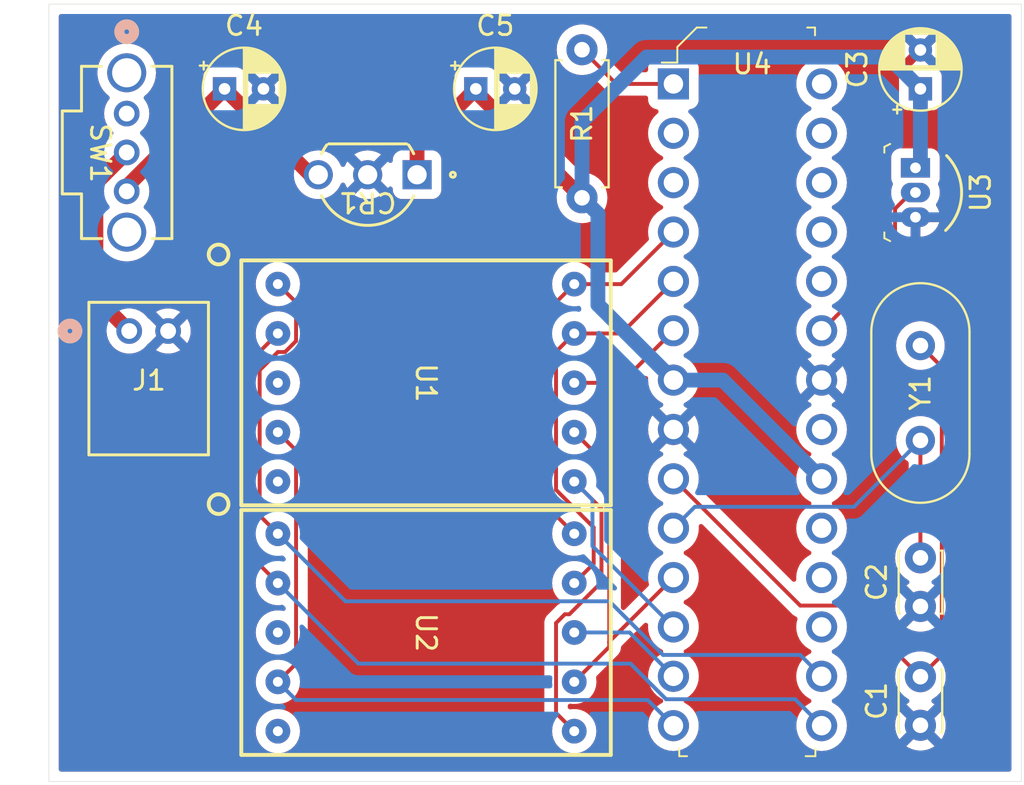
<source format=kicad_pcb>
(kicad_pcb (version 20240108) (generator "pcbnew") (generator_version "8.0")
  (layers (0 "F.Cu" signal) (31 "B.Cu" signal) (34 "B.Paste" user) (35 "F.Paste" user) (36 "B.SilkS" user "B.Silkscreen") (37 "F.SilkS" user "F.Silkscreen") (38 "B.Mask" user) (39 "F.Mask" user) (44 "Edge.Cuts" user))
  (net 0 "")
  (net 1 "GND")
  (net 2 "Net-(U4-PB6)")
  (net 3 "Net-(U4-PB7)")
  (net 4 "VCC")
  (net 5 "Net-(CR1-VIN)")
  (net 6 "Net-(J1-Pad1)")
  (net 7 "Net-(U4-PC6)")
  (net 9 "Net-(U1-B)")
  (net 10 "Net-(U1-G)")
  (net 11 "Net-(U4-PD7)")
  (net 12 "Net-(U1-C)")
  (net 13 "Net-(U1-E)")
  (net 14 "Net-(U1-F)")
  (net 16 "Net-(U1-D)")
  (net 17 "Net-(U1-A)")
  (net 19 "Net-(U4-PD4)")
  (net 22 "Net-(U3-VOUT)")
  (footprint "L4931CZ33_AP:TO-92-TR_STM" (layer "F.Cu") (at 155.2194 84.4296 180)
    (property "Reference" "CR1" (at 2.54 -1.4224 180) (layer "F.SilkS"))
    (property "Value" "L4931CZ33-AP")
    (pad "1" thru_hole rect (at 0 0 180) (size 1.4986 1.4986) (drill 0.9906) (layers "*.Cu" "*.Mask") (net 4 "VCC"))
    (pad "2" thru_hole circle (at 2.54 0 180) (size 1.4986 1.4986) (drill 0.9906) (layers "*.Cu" "*.Mask") (net 1 "GND"))
    (pad "3" thru_hole circle (at 5.08 0 180) (size 1.4986 1.4986) (drill 0.9906) (layers "*.Cu" "*.Mask") (net 5 "Net-(CR1-VIN)"))
  )
  (footprint "Crystal:Crystal_HC49-U_Vertical" (layer "F.Cu") (at 181.102 98.098 90)
    (property "Reference" "Y1" (at 2.45 0 90) (layer "F.SilkS"))
    (property "Value" "16MHz")
    (pad "1" thru_hole circle (at 0 0 90) (size 1.5 1.5) (drill 0.8) (layers "*.Cu" "*.Mask") (net 3 "Net-(U4-PB7)"))
    (pad "2" thru_hole circle (at 4.88 0 90) (size 1.5 1.5) (drill 0.8) (layers "*.Cu" "*.Mask") (net 2 "Net-(U4-PB6)"))
  )
  (footprint "S2B_PH_K_S_LF__SN_:CONN_S2B-PH-K-S_JST" (layer "F.Cu") (at 140.4192 92.4706)
    (property "Reference" "J1" (at 1.016 2.54 0) (layer "F.SilkS"))
    (property "Value" "S2B-PH-K-SLFSN")
    (pad "1" thru_hole circle (at 0 0) (size 1.3208 1.3208) (drill 0.8128) (layers "*.Cu" "*.Mask") (net 6 "Net-(J1-Pad1)"))
    (pad "2" thru_hole circle (at 2.000001 0) (size 1.3208 1.3208) (drill 0.8128) (layers "*.Cu" "*.Mask") (net 1 "GND"))
  )
  (footprint "Capacitor_THT:CP_Radial_D4.0mm_P2.00mm" (layer "F.Cu") (at 145.32 80.01)
    (property "Reference" "C4" (at 1 -3.25 0) (layer "F.SilkS"))
    (property "Value" "10uF")
    (pad "1" thru_hole rect (at 0 0) (size 1.2 1.2) (drill 0.6) (layers "*.Cu" "*.Mask") (net 5 "Net-(CR1-VIN)"))
    (pad "2" thru_hole circle (at 2 0) (size 1.2 1.2) (drill 0.6) (layers "*.Cu" "*.Mask") (net 1 "GND"))
  )
  (footprint "digikey-footprints:DIP-28_W7.62mm" (layer "F.Cu") (at 168.402 79.756)
    (property "Reference" "U4" (at 4.05 -1.016 0) (layer "F.SilkS"))
    (property "Value" "ATMEGA328P-PU")
    (pad "1" thru_hole rect (at 0 0) (size 1.6 1.6) (drill 1) (layers "*.Cu" "*.Mask") (net 7 "Net-(U4-PC6)"))
    (pad "2" thru_hole circle (at 0 2.54) (size 1.6 1.6) (drill 1) (layers "*.Cu" "*.Mask"))
    (pad "3" thru_hole circle (at 0 5.08) (size 1.6 1.6) (drill 1) (layers "*.Cu" "*.Mask"))
    (pad "4" thru_hole circle (at 0 7.62) (size 1.6 1.6) (drill 1) (layers "*.Cu" "*.Mask") (net 10 "Net-(U1-G)"))
    (pad "5" thru_hole circle (at 0 10.16) (size 1.6 1.6) (drill 1) (layers "*.Cu" "*.Mask") (net 14 "Net-(U1-F)"))
    (pad "6" thru_hole circle (at 0 12.7) (size 1.6 1.6) (drill 1) (layers "*.Cu" "*.Mask") (net 19 "Net-(U4-PD4)"))
    (pad "7" thru_hole circle (at 0 15.24) (size 1.6 1.6) (drill 1) (layers "*.Cu" "*.Mask") (net 4 "VCC"))
    (pad "8" thru_hole circle (at 0 17.78) (size 1.6 1.6) (drill 1) (layers "*.Cu" "*.Mask") (net 1 "GND"))
    (pad "9" thru_hole circle (at 0 20.32) (size 1.6 1.6) (drill 1) (layers "*.Cu" "*.Mask") (net 2 "Net-(U4-PB6)"))
    (pad "10" thru_hole circle (at 0 22.86) (size 1.6 1.6) (drill 1) (layers "*.Cu" "*.Mask") (net 3 "Net-(U4-PB7)"))
    (pad "11" thru_hole circle (at 0 25.4) (size 1.6 1.6) (drill 1) (layers "*.Cu" "*.Mask") (net 17 "Net-(U1-A)"))
    (pad "12" thru_hole circle (at 0 27.94) (size 1.6 1.6) (drill 1) (layers "*.Cu" "*.Mask") (net 9 "Net-(U1-B)"))
    (pad "13" thru_hole circle (at 0 30.48) (size 1.6 1.6) (drill 1) (layers "*.Cu" "*.Mask") (net 11 "Net-(U4-PD7)"))
    (pad "14" thru_hole circle (at 0 33.02) (size 1.6 1.6) (drill 1) (layers "*.Cu" "*.Mask") (net 12 "Net-(U1-C)"))
    (pad "15" thru_hole circle (at 7.62 33.02) (size 1.6 1.6) (drill 1) (layers "*.Cu" "*.Mask") (net 16 "Net-(U1-D)"))
    (pad "16" thru_hole circle (at 7.62 30.48) (size 1.6 1.6) (drill 1) (layers "*.Cu" "*.Mask") (net 13 "Net-(U1-E)"))
    (pad "17" thru_hole circle (at 7.62 27.94) (size 1.6 1.6) (drill 1) (layers "*.Cu" "*.Mask"))
    (pad "18" thru_hole circle (at 7.62 25.4) (size 1.6 1.6) (drill 1) (layers "*.Cu" "*.Mask"))
    (pad "19" thru_hole circle (at 7.62 22.86) (size 1.6 1.6) (drill 1) (layers "*.Cu" "*.Mask"))
    (pad "20" thru_hole circle (at 7.62 20.32) (size 1.6 1.6) (drill 1) (layers "*.Cu" "*.Mask") (net 4 "VCC"))
    (pad "21" thru_hole circle (at 7.62 17.78) (size 1.6 1.6) (drill 1) (layers "*.Cu" "*.Mask"))
    (pad "22" thru_hole circle (at 7.62 15.24) (size 1.6 1.6) (drill 1) (layers "*.Cu" "*.Mask") (net 1 "GND"))
    (pad "23" thru_hole circle (at 7.62 12.7) (size 1.6 1.6) (drill 1) (layers "*.Cu" "*.Mask") (net 22 "Net-(U3-VOUT)"))
    (pad "24" thru_hole circle (at 7.62 10.16) (size 1.6 1.6) (drill 1) (layers "*.Cu" "*.Mask"))
    (pad "25" thru_hole circle (at 7.62 7.62) (size 1.6 1.6) (drill 1) (layers "*.Cu" "*.Mask"))
    (pad "26" thru_hole circle (at 7.62 5.08) (size 1.6 1.6) (drill 1) (layers "*.Cu" "*.Mask"))
    (pad "27" thru_hole circle (at 7.62 2.54) (size 1.6 1.6) (drill 1) (layers "*.Cu" "*.Mask"))
    (pad "28" thru_hole circle (at 7.62 0) (size 1.6 1.6) (drill 1) (layers "*.Cu" "*.Mask"))
  )
  (footprint "digikey-footprints:TO-92-3" (layer "F.Cu") (at 180.848 84.074 -90)
    (property "Reference" "U3" (at 1.27 -3.35 90) (layer "F.SilkS"))
    (property "Value" "TMP36GT9Z")
    (pad "1" thru_hole rect (at 0 0 90) (size 1 1.5) (drill 0.55) (layers "*.Cu" "*.Mask") (net 4 "VCC"))
    (pad "2" thru_hole oval (at 1.27 0 90) (size 1 1.5) (drill 0.55) (layers "*.Cu" "*.Mask") (net 22 "Net-(U3-VOUT)"))
    (pad "3" thru_hole oval (at 2.54 0 90) (size 1 1.5) (drill 0.55) (layers "*.Cu" "*.Mask") (net 1 "GND"))
  )
  (footprint "Capacitor_THT:CP_Radial_D4.0mm_P2.00mm" (layer "F.Cu") (at 158.242 80.01)
    (property "Reference" "C5" (at 1 -3.25 0) (layer "F.SilkS"))
    (property "Value" "10uF")
    (pad "1" thru_hole rect (at 0 0) (size 1.2 1.2) (drill 0.6) (layers "*.Cu" "*.Mask") (net 4 "VCC"))
    (pad "2" thru_hole circle (at 2 0) (size 1.2 1.2) (drill 0.6) (layers "*.Cu" "*.Mask") (net 1 "GND"))
  )
  (footprint "OS102011MA1QN1:OS102011MA1QN1_CNK" (layer "F.Cu") (at 140.28955 81.2819 -90)
    (property "Reference" "SW1" (at 2.0301 1.35155 -90) (layer "F.SilkS"))
    (property "Value" "OS102011MA1QN1")
    (pad "1" thru_hole circle (at 0 0 270) (size 1.3208 1.3208) (drill 0.8128) (layers "*.Cu" "*.Mask"))
    (pad "2" thru_hole circle (at 2 0 270) (size 1.3208 1.3208) (drill 0.8128) (layers "*.Cu" "*.Mask") (net 6 "Net-(J1-Pad1)"))
    (pad "3" thru_hole circle (at 4.000001 0 270) (size 1.3208 1.3208) (drill 0.8128) (layers "*.Cu" "*.Mask") (net 5 "Net-(CR1-VIN)"))
    (pad "4" thru_hole circle (at -2.099999 0 270) (size 2.0066 2.0066) (drill 1.4986) (layers "*.Cu" "*.Mask"))
    (pad "5" thru_hole circle (at 6.099999 0 270) (size 2.0066 2.0066) (drill 1.4986) (layers "*.Cu" "*.Mask"))
  )
  (footprint "Thermometer:5611AH" (layer "F.Cu") (at 155.682 95.136 -90)
    (property "Reference" "U1" (at 0 0 -90) (layer "F.SilkS"))
    (property "Value" "5611AH")
    (pad "1" thru_hole circle (at -5.08 7.62 270) (size 1.272 1.272) (drill 0.51) (layers "*.Cu" "*.Mask") (net 13 "Net-(U1-E)"))
    (pad "2" thru_hole circle (at -2.54 7.62 270) (size 1.272 1.272) (drill 0.51) (layers "*.Cu" "*.Mask") (net 16 "Net-(U1-D)"))
    (pad "3" thru_hole circle (at 0 7.62 270) (size 1.272 1.272) (drill 0.51) (layers "*.Cu" "*.Mask"))
    (pad "4" thru_hole circle (at 2.54 7.62 270) (size 1.272 1.272) (drill 0.51) (layers "*.Cu" "*.Mask") (net 12 "Net-(U1-C)"))
    (pad "5" thru_hole circle (at 5.08 7.62 270) (size 1.272 1.272) (drill 0.51) (layers "*.Cu" "*.Mask"))
    (pad "6" thru_hole circle (at 5.08 -7.62 270) (size 1.272 1.272) (drill 0.51) (layers "*.Cu" "*.Mask") (net 9 "Net-(U1-B)"))
    (pad "7" thru_hole circle (at 2.54 -7.62 270) (size 1.272 1.272) (drill 0.51) (layers "*.Cu" "*.Mask") (net 17 "Net-(U1-A)"))
    (pad "8" thru_hole circle (at 0 -7.62 270) (size 1.272 1.272) (drill 0.51) (layers "*.Cu" "*.Mask") (net 19 "Net-(U4-PD4)"))
    (pad "9" thru_hole circle (at -2.54 -7.62 270) (size 1.272 1.272) (drill 0.51) (layers "*.Cu" "*.Mask") (net 14 "Net-(U1-F)"))
    (pad "10" thru_hole circle (at -5.08 -7.62 270) (size 1.272 1.272) (drill 0.51) (layers "*.Cu" "*.Mask") (net 10 "Net-(U1-G)"))
  )
  (footprint "Resistor_THT:R_Axial_DIN0207_L6.3mm_D2.5mm_P7.62mm_Horizontal" (layer "F.Cu") (at 163.702 85.616 90)
    (property "Reference" "R1" (at 3.81 0 -90) (layer "F.SilkS"))
    (property "Value" "10k")
    (pad "1" thru_hole circle (at 0 0 90) (size 1.6 1.6) (drill 0.8) (layers "*.Cu" "*.Mask") (net 4 "VCC"))
    (pad "2" thru_hole oval (at 7.62 0 90) (size 1.6 1.6) (drill 0.8) (layers "*.Cu" "*.Mask") (net 7 "Net-(U4-PC6)"))
  )
  (footprint "Capacitor_THT:C_Disc_D3.0mm_W2.0mm_P2.50mm" (layer "F.Cu") (at 181.102 106.64 90)
    (property "Reference" "C2" (at 1.25 -2.25 90) (layer "F.SilkS"))
    (property "Value" "22pF")
    (pad "1" thru_hole circle (at 0 0 90) (size 1.6 1.6) (drill 0.8) (layers "*.Cu" "*.Mask") (net 1 "GND"))
    (pad "2" thru_hole circle (at 2.5 0 90) (size 1.6 1.6) (drill 0.8) (layers "*.Cu" "*.Mask") (net 3 "Net-(U4-PB7)"))
  )
  (footprint "Capacitor_THT:C_Disc_D3.0mm_W2.0mm_P2.50mm" (layer "F.Cu") (at 181.102 112.756 90)
    (property "Reference" "C1" (at 1.25 -2.25 90) (layer "F.SilkS"))
    (property "Value" "22pF")
    (pad "1" thru_hole circle (at 0 0 90) (size 1.6 1.6) (drill 0.8) (layers "*.Cu" "*.Mask") (net 1 "GND"))
    (pad "2" thru_hole circle (at 2.5 0 90) (size 1.6 1.6) (drill 0.8) (layers "*.Cu" "*.Mask") (net 2 "Net-(U4-PB6)"))
  )
  (footprint "Capacitor_THT:CP_Radial_D4.0mm_P2.00mm" (layer "F.Cu") (at 181.102 80.01 90)
    (property "Reference" "C3" (at 1 -3.25 90) (layer "F.SilkS"))
    (property "Value" "10uF")
    (pad "1" thru_hole rect (at 0 0 90) (size 1.2 1.2) (drill 0.6) (layers "*.Cu" "*.Mask") (net 4 "VCC"))
    (pad "2" thru_hole circle (at 2 0 90) (size 1.2 1.2) (drill 0.6) (layers "*.Cu" "*.Mask") (net 1 "GND"))
  )
  (footprint "Thermometer:5611AH" (layer "F.Cu") (at 155.682 107.98 -90)
    (property "Reference" "U2" (at 0 0 -90) (layer "F.SilkS"))
    (property "Value" "5611AH")
    (pad "1" thru_hole circle (at -5.08 7.62 270) (size 1.272 1.272) (drill 0.51) (layers "*.Cu" "*.Mask") (net 13 "Net-(U1-E)"))
    (pad "2" thru_hole circle (at -2.54 7.62 270) (size 1.272 1.272) (drill 0.51) (layers "*.Cu" "*.Mask") (net 16 "Net-(U1-D)"))
    (pad "3" thru_hole circle (at 0 7.62 270) (size 1.272 1.272) (drill 0.51) (layers "*.Cu" "*.Mask"))
    (pad "4" thru_hole circle (at 2.54 7.62 270) (size 1.272 1.272) (drill 0.51) (layers "*.Cu" "*.Mask") (net 12 "Net-(U1-C)"))
    (pad "5" thru_hole circle (at 5.08 7.62 270) (size 1.272 1.272) (drill 0.51) (layers "*.Cu" "*.Mask"))
    (pad "6" thru_hole circle (at 5.08 -7.62 270) (size 1.272 1.272) (drill 0.51) (layers "*.Cu" "*.Mask") (net 9 "Net-(U1-B)"))
    (pad "7" thru_hole circle (at 2.54 -7.62 270) (size 1.272 1.272) (drill 0.51) (layers "*.Cu" "*.Mask") (net 17 "Net-(U1-A)"))
    (pad "8" thru_hole circle (at 0 -7.62 270) (size 1.272 1.272) (drill 0.51) (layers "*.Cu" "*.Mask") (net 11 "Net-(U4-PD7)"))
    (pad "9" thru_hole circle (at -2.54 -7.62 270) (size 1.272 1.272) (drill 0.51) (layers "*.Cu" "*.Mask") (net 14 "Net-(U1-F)"))
    (pad "10" thru_hole circle (at -5.08 -7.62 270) (size 1.272 1.272) (drill 0.51) (layers "*.Cu" "*.Mask") (net 10 "Net-(U1-G)"))
  )
  (gr_rect (start 136.29 75.65) (end 186.29 115.65) (stroke (width 0.0254)) (fill none) (layer "Edge.Cuts"))
  (segment (start 182.202 109.156) (end 182.202 94.318) (width 0.2) (layer "F.Cu") (net 2))
  (segment (start 177.442 106.596) (end 181.102 110.256) (width 0.2) (layer "F.Cu") (net 2))
  (segment (start 174.922 106.596) (end 177.442 106.596) (width 0.2) (layer "F.Cu") (net 2))
  (segment (start 168.402 100.076) (end 174.922 106.596) (width 0.2) (layer "F.Cu") (net 2))
  (segment (start 181.102 110.256) (end 182.202 109.156) (width 0.2) (layer "F.Cu") (net 2))
  (segment (start 182.202 94.318) (end 181.102 93.218) (width 0.2) (layer "F.Cu") (net 2))
  (segment (start 181.102 98.098) (end 181.102 104.14) (width 0.2) (layer "F.Cu") (net 3))
  (segment (start 177.684 101.516) (end 169.502 101.516) (width 0.2) (layer "B.Cu") (net 3))
  (segment (start 169.502 101.516) (end 168.402 102.616) (width 0.2) (layer "B.Cu") (net 3))
  (segment (start 181.102 98.098) (end 177.684 101.516) (width 0.2) (layer "B.Cu") (net 3))
  (segment (start 155.2194 84.4296) (end 155.2194 83.0326) (width 0.762) (layer "F.Cu") (net 4))
  (segment (start 158.242 80.156) (end 163.702 85.616) (width 0.762) (layer "F.Cu") (net 4))
  (segment (start 155.2194 83.0326) (end 158.242 80.01) (width 0.762) (layer "F.Cu") (net 4))
  (segment (start 158.242 80.01) (end 158.242 80.156) (width 0.762) (layer "F.Cu") (net 4))
  (segment (start 164.519 91.113) (end 168.402 94.996) (width 0.762) (layer "B.Cu") (net 4))
  (segment (start 163.702 81.694) (end 167.021 78.375) (width 0.762) (layer "B.Cu") (net 4))
  (segment (start 167.021 78.375) (end 179.467 78.375) (width 0.762) (layer "B.Cu") (net 4))
  (segment (start 181.102 80.01) (end 181.102 83.82) (width 0.762) (layer "B.Cu") (net 4))
  (segment (start 181.102 83.82) (end 180.848 84.074) (width 0.762) (layer "B.Cu") (net 4))
  (segment (start 163.702 85.616) (end 164.519 86.433) (width 0.762) (layer "B.Cu") (net 4))
  (segment (start 170.942 94.996) (end 176.022 100.076) (width 0.762) (layer "B.Cu") (net 4))
  (segment (start 164.519 86.433) (end 164.519 91.113) (width 0.762) (layer "B.Cu") (net 4))
  (segment (start 168.402 94.996) (end 170.942 94.996) (width 0.762) (layer "B.Cu") (net 4))
  (segment (start 179.467 78.375) (end 181.102 80.01) (width 0.762) (layer "B.Cu") (net 4))
  (segment (start 163.702 85.616) (end 163.702 81.694) (width 0.762) (layer "B.Cu") (net 4))
  (segment (start 149.7396 84.4296) (end 150.1394 84.4296) (width 0.762) (layer "F.Cu") (net 5))
  (segment (start 145.32 80.01) (end 149.7396 84.4296) (width 0.762) (layer "F.Cu") (net 5))
  (segment (start 140.28955 85.04045) (end 145.32 80.01) (width 0.762) (layer "F.Cu") (net 5))
  (segment (start 140.28955 85.281901) (end 140.28955 85.04045) (width 0.762) (layer "F.Cu") (net 5))
  (segment (start 138.70525 90.75665) (end 138.70525 84.8662) (width 0.762) (layer "F.Cu") (net 6))
  (segment (start 138.70525 84.8662) (end 140.28955 83.2819) (width 0.762) (layer "F.Cu") (net 6))
  (segment (start 140.4192 92.4706) (end 138.70525 90.75665) (width 0.762) (layer "F.Cu") (net 6))
  (segment (start 168.402 79.756) (end 165.462 79.756) (width 0.2) (layer "F.Cu") (net 7))
  (segment (start 165.462 79.756) (end 163.702 77.996) (width 0.2) (layer "F.Cu") (net 7))
  (segment (start 162.366 107.496) (end 162.366 112.124) (width 0.2) (layer "F.Cu") (net 9))
  (segment (start 162.366 112.124) (end 163.302 113.06) (width 0.2) (layer "F.Cu") (net 9))
  (segment (start 164.702 105.394) (end 163.052 107.044) (width 0.2) (layer "F.Cu") (net 9))
  (segment (start 162.818 107.044) (end 162.366 107.496) (width 0.2) (layer "F.Cu") (net 9))
  (segment (start 163.302 100.216) (end 164.702 101.616) (width 0.2) (layer "F.Cu") (net 9))
  (segment (start 164.702 101.616) (end 164.702 105.394) (width 0.2) (layer "F.Cu") (net 9))
  (segment (start 163.052 107.044) (end 162.818 107.044) (width 0.2) (layer "F.Cu") (net 9))
  (segment (start 164.238 103.532) (end 164.238 101.152) (width 0.2) (layer "B.Cu") (net 9))
  (segment (start 164.238 101.152) (end 163.302 100.216) (width 0.2) (layer "B.Cu") (net 9))
  (segment (start 168.402 107.696) (end 164.238 103.532) (width 0.2) (layer "B.Cu") (net 9))
  (segment (start 163.302 90.056) (end 165.722 90.056) (width 0.2) (layer "F.Cu") (net 10))
  (segment (start 160.802 92.556) (end 160.802 100.4) (width 0.2) (layer "F.Cu") (net 10))
  (segment (start 160.802 100.4) (end 163.302 102.9) (width 0.2) (layer "F.Cu") (net 10))
  (segment (start 165.722 90.056) (end 168.402 87.376) (width 0.2) (layer "F.Cu") (net 10))
  (segment (start 163.302 90.056) (end 160.802 92.556) (width 0.2) (layer "F.Cu") (net 10))
  (segment (start 166.146 107.98) (end 168.402 110.236) (width 0.2) (layer "B.Cu") (net 11))
  (segment (start 163.302 107.98) (end 166.146 107.98) (width 0.2) (layer "B.Cu") (net 11))
  (segment (start 148.998 98.612) (end 148.998 109.584) (width 0.2) (layer "F.Cu") (net 12))
  (segment (start 148.998 109.584) (end 148.062 110.52) (width 0.2) (layer "F.Cu") (net 12))
  (segment (start 148.062 97.676) (end 148.998 98.612) (width 0.2) (layer "F.Cu") (net 12))
  (segment (start 148.998 111.456) (end 148.062 110.52) (width 0.2) (layer "B.Cu") (net 12))
  (segment (start 167.082 111.456) (end 148.998 111.456) (width 0.2) (layer "B.Cu") (net 12))
  (segment (start 168.402 112.776) (end 167.082 111.456) (width 0.2) (layer "B.Cu") (net 12))
  (segment (start 148.062 90.056) (end 148.998 90.992) (width 0.2) (layer "F.Cu") (net 13))
  (segment (start 148.998 90.992) (end 148.998 92.983704) (width 0.2) (layer "F.Cu") (net 13))
  (segment (start 147.126 94.486) (end 147.126 101.964) (width 0.2) (layer "F.Cu") (net 13))
  (segment (start 148.062 93.55) (end 147.126 94.486) (width 0.2) (layer "F.Cu") (net 13))
  (segment (start 148.431704 93.55) (end 148.062 93.55) (width 0.2) (layer "F.Cu") (net 13))
  (segment (start 147.126 101.964) (end 148.062 102.9) (width 0.2) (layer "F.Cu") (net 13))
  (segment (start 148.998 92.983704) (end 148.431704 93.55) (width 0.2) (layer "F.Cu") (net 13))
  (segment (start 174.922 109.136) (end 167.867686 109.136) (width 0.2) (layer "B.Cu") (net 13))
  (segment (start 167.867686 109.136) (end 165.107686 106.376) (width 0.2) (layer "B.Cu") (net 13))
  (segment (start 165.107686 106.376) (end 151.538 106.376) (width 0.2) (layer "B.Cu") (net 13))
  (segment (start 151.538 106.376) (end 148.062 102.9) (width 0.2) (layer "B.Cu") (net 13))
  (segment (start 176.022 110.236) (end 174.922 109.136) (width 0.2) (layer "B.Cu") (net 13))
  (segment (start 164.302 102.576296) (end 164.302 104.44) (width 0.2) (layer "F.Cu") (net 14))
  (segment (start 168.402 89.916) (end 165.722 92.596) (width 0.2) (layer "F.Cu") (net 14))
  (segment (start 162.366 93.532) (end 162.366 100.640296) (width 0.2) (layer "F.Cu") (net 14))
  (segment (start 163.302 92.596) (end 162.366 93.532) (width 0.2) (layer "F.Cu") (net 14))
  (segment (start 165.722 92.596) (end 163.302 92.596) (width 0.2) (layer "F.Cu") (net 14))
  (segment (start 162.366 100.640296) (end 164.302 102.576296) (width 0.2) (layer "F.Cu") (net 14))
  (segment (start 164.302 104.44) (end 163.302 105.44) (width 0.2) (layer "F.Cu") (net 14))
  (segment (start 146.726 104.104) (end 148.062 105.44) (width 0.2) (layer "F.Cu") (net 16))
  (segment (start 148.062 92.596) (end 146.726 93.932) (width 0.2) (layer "F.Cu") (net 16))
  (segment (start 146.726 93.932) (end 146.726 104.104) (width 0.2) (layer "F.Cu") (net 16))
  (segment (start 148.062 105.44) (end 152.206 109.584) (width 0.2) (layer "B.Cu") (net 16))
  (segment (start 166.194365 109.584) (end 168.026365 111.416) (width 0.2) (layer "B.Cu") (net 16))
  (segment (start 168.026365 111.416) (end 174.662 111.416) (width 0.2) (layer "B.Cu") (net 16))
  (segment (start 152.206 109.584) (end 166.194365 109.584) (width 0.2) (layer "B.Cu") (net 16))
  (segment (start 174.662 111.416) (end 176.022 112.776) (width 0.2) (layer "B.Cu") (net 16))
  (segment (start 165.102 108.516) (end 165.102 99.476) (width 0.2) (layer "F.Cu") (net 17))
  (segment (start 165.102 99.476) (end 163.302 97.676) (width 0.2) (layer "F.Cu") (net 17))
  (segment (start 168.402 105.156) (end 165.102 108.456) (width 0.2) (layer "F.Cu") (net 17))
  (segment (start 165.102 108.456) (end 165.102 108.516) (width 0.2) (layer "F.Cu") (net 17))
  (segment (start 163.302 110.52) (end 165.102 108.72) (width 0.2) (layer "F.Cu") (net 17))
  (segment (start 165.102 108.72) (end 165.102 108.516) (width 0.2) (layer "F.Cu") (net 17))
  (segment (start 168.402 92.456) (end 165.722 95.136) (width 0.2) (layer "F.Cu") (net 19))
  (segment (start 165.722 95.136) (end 163.302 95.136) (width 0.2) (layer "F.Cu") (net 19))
  (segment (start 179.798 88.68) (end 179.798 86.178) (width 0.2) (layer "F.Cu") (net 22))
  (segment (start 179.798 86.178) (end 180.632 85.344) (width 0.2) (layer "F.Cu") (net 22))
  (segment (start 180.632 85.344) (end 180.848 85.344) (width 0.2) (layer "F.Cu") (net 22))
  (segment (start 176.022 92.456) (end 179.798 88.68) (width 0.2) (layer "F.Cu") (net 22))
  (zone (net 1) (net_name "GND") (layer "F.Cu") (connect_pads (clearance 0.5)) (min_thickness 0.25) (fill yes (thermal_gap 0.5) (thermal_bridge_width 0.5))
    (polygon (pts (xy 136.144 75.438) (xy 136.144 115.824) (xy 186.436 115.824) (xy 186.436 75.438)))
  )
  (zone (net 1) (net_name "GND") (layer "B.Cu") (priority 1) (connect_pads (clearance 0.5)) (min_thickness 0.25) (fill yes (thermal_gap 0.5) (thermal_bridge_width 0.5))
    (polygon (pts (xy 136.144 75.438) (xy 136.144 115.824) (xy 186.436 115.824) (xy 186.436 75.438)))
  )
)
</source>
